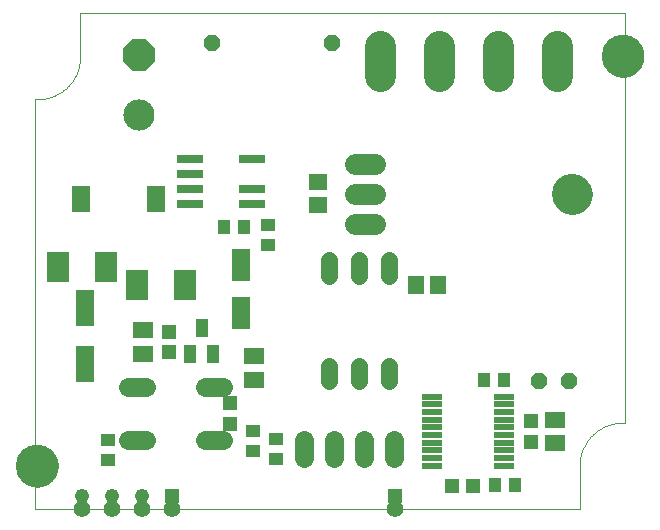
<source format=gts>
G75*
%MOIN*%
%OFA0B0*%
%FSLAX25Y25*%
%IPPOS*%
%LPD*%
%AMOC8*
5,1,8,0,0,1.08239X$1,22.5*
%
%ADD10C,0.00394*%
%ADD11C,0.00000*%
%ADD12C,0.14180*%
%ADD13R,0.06896X0.01975*%
%ADD14R,0.04731X0.04337*%
%ADD15R,0.04534X0.04652*%
%ADD16R,0.04652X0.04534*%
%ADD17R,0.04337X0.04731*%
%ADD18C,0.06337*%
%ADD19C,0.10400*%
%ADD20OC8,0.10400*%
%ADD21R,0.05912X0.12211*%
%ADD22C,0.10400*%
%ADD23OC8,0.05600*%
%ADD24R,0.06699X0.05518*%
%ADD25R,0.09061X0.02762*%
%ADD26R,0.07487X0.09849*%
%ADD27R,0.06306X0.09061*%
%ADD28R,0.05912X0.10636*%
%ADD29C,0.07000*%
%ADD30C,0.13400*%
%ADD31C,0.05600*%
%ADD32R,0.05518X0.06306*%
%ADD33R,0.06306X0.05518*%
%ADD34R,0.04337X0.05912*%
%ADD35R,0.04762X0.04762*%
%ADD36C,0.04762*%
%ADD37C,0.05550*%
%ADD38C,0.06400*%
D10*
X0014189Y0005042D02*
X0195882Y0005042D01*
X0195882Y0019609D02*
X0195886Y0019951D01*
X0195899Y0020294D01*
X0195919Y0020636D01*
X0195948Y0020977D01*
X0195985Y0021317D01*
X0196031Y0021657D01*
X0196084Y0021995D01*
X0196146Y0022332D01*
X0196216Y0022667D01*
X0196294Y0023001D01*
X0196380Y0023332D01*
X0196474Y0023662D01*
X0196576Y0023989D01*
X0196685Y0024313D01*
X0196803Y0024635D01*
X0196928Y0024954D01*
X0197061Y0025269D01*
X0197202Y0025582D01*
X0197350Y0025890D01*
X0197505Y0026196D01*
X0197668Y0026497D01*
X0197838Y0026794D01*
X0198015Y0027087D01*
X0198200Y0027376D01*
X0198391Y0027660D01*
X0198589Y0027940D01*
X0198793Y0028214D01*
X0199005Y0028484D01*
X0199222Y0028748D01*
X0199446Y0029007D01*
X0199677Y0029261D01*
X0199913Y0029509D01*
X0200155Y0029751D01*
X0200403Y0029987D01*
X0200657Y0030218D01*
X0200916Y0030442D01*
X0201180Y0030659D01*
X0201450Y0030871D01*
X0201724Y0031075D01*
X0202004Y0031273D01*
X0202288Y0031464D01*
X0202577Y0031649D01*
X0202870Y0031826D01*
X0203167Y0031996D01*
X0203468Y0032159D01*
X0203774Y0032314D01*
X0204082Y0032462D01*
X0204395Y0032603D01*
X0204710Y0032736D01*
X0205029Y0032861D01*
X0205351Y0032979D01*
X0205675Y0033088D01*
X0206002Y0033190D01*
X0206332Y0033284D01*
X0206663Y0033370D01*
X0206997Y0033448D01*
X0207332Y0033518D01*
X0207669Y0033580D01*
X0208007Y0033633D01*
X0208347Y0033679D01*
X0208687Y0033716D01*
X0209028Y0033745D01*
X0209370Y0033765D01*
X0209713Y0033778D01*
X0210055Y0033782D01*
X0211039Y0033782D02*
X0211039Y0170396D01*
X0029346Y0170396D01*
X0029346Y0155830D01*
X0029342Y0155488D01*
X0029329Y0155145D01*
X0029309Y0154803D01*
X0029280Y0154462D01*
X0029243Y0154122D01*
X0029197Y0153782D01*
X0029144Y0153444D01*
X0029082Y0153107D01*
X0029012Y0152772D01*
X0028934Y0152438D01*
X0028848Y0152107D01*
X0028754Y0151777D01*
X0028652Y0151450D01*
X0028543Y0151126D01*
X0028425Y0150804D01*
X0028300Y0150485D01*
X0028167Y0150170D01*
X0028026Y0149857D01*
X0027878Y0149549D01*
X0027723Y0149243D01*
X0027560Y0148942D01*
X0027390Y0148645D01*
X0027213Y0148352D01*
X0027028Y0148063D01*
X0026837Y0147779D01*
X0026639Y0147499D01*
X0026435Y0147225D01*
X0026223Y0146955D01*
X0026006Y0146691D01*
X0025782Y0146432D01*
X0025551Y0146178D01*
X0025315Y0145930D01*
X0025073Y0145688D01*
X0024825Y0145452D01*
X0024571Y0145221D01*
X0024312Y0144997D01*
X0024048Y0144780D01*
X0023778Y0144568D01*
X0023504Y0144364D01*
X0023224Y0144166D01*
X0022940Y0143975D01*
X0022651Y0143790D01*
X0022358Y0143613D01*
X0022061Y0143443D01*
X0021760Y0143280D01*
X0021454Y0143125D01*
X0021146Y0142977D01*
X0020833Y0142836D01*
X0020518Y0142703D01*
X0020199Y0142578D01*
X0019877Y0142460D01*
X0019553Y0142351D01*
X0019226Y0142249D01*
X0018896Y0142155D01*
X0018565Y0142069D01*
X0018231Y0141991D01*
X0017896Y0141921D01*
X0017559Y0141859D01*
X0017221Y0141806D01*
X0016881Y0141760D01*
X0016541Y0141723D01*
X0016200Y0141694D01*
X0015858Y0141674D01*
X0015515Y0141661D01*
X0015173Y0141657D01*
X0014189Y0141656D02*
X0014189Y0005042D01*
D11*
X0008086Y0019412D02*
X0008088Y0019581D01*
X0008094Y0019750D01*
X0008105Y0019919D01*
X0008119Y0020087D01*
X0008138Y0020255D01*
X0008161Y0020423D01*
X0008187Y0020590D01*
X0008218Y0020756D01*
X0008253Y0020922D01*
X0008292Y0021086D01*
X0008336Y0021250D01*
X0008383Y0021412D01*
X0008434Y0021573D01*
X0008489Y0021733D01*
X0008548Y0021892D01*
X0008610Y0022049D01*
X0008677Y0022204D01*
X0008748Y0022358D01*
X0008822Y0022510D01*
X0008900Y0022660D01*
X0008981Y0022808D01*
X0009066Y0022954D01*
X0009155Y0023098D01*
X0009247Y0023240D01*
X0009343Y0023379D01*
X0009442Y0023516D01*
X0009544Y0023651D01*
X0009650Y0023783D01*
X0009759Y0023912D01*
X0009871Y0024039D01*
X0009986Y0024163D01*
X0010104Y0024284D01*
X0010225Y0024402D01*
X0010349Y0024517D01*
X0010476Y0024629D01*
X0010605Y0024738D01*
X0010737Y0024844D01*
X0010872Y0024946D01*
X0011009Y0025045D01*
X0011148Y0025141D01*
X0011290Y0025233D01*
X0011434Y0025322D01*
X0011580Y0025407D01*
X0011728Y0025488D01*
X0011878Y0025566D01*
X0012030Y0025640D01*
X0012184Y0025711D01*
X0012339Y0025778D01*
X0012496Y0025840D01*
X0012655Y0025899D01*
X0012815Y0025954D01*
X0012976Y0026005D01*
X0013138Y0026052D01*
X0013302Y0026096D01*
X0013466Y0026135D01*
X0013632Y0026170D01*
X0013798Y0026201D01*
X0013965Y0026227D01*
X0014133Y0026250D01*
X0014301Y0026269D01*
X0014469Y0026283D01*
X0014638Y0026294D01*
X0014807Y0026300D01*
X0014976Y0026302D01*
X0015145Y0026300D01*
X0015314Y0026294D01*
X0015483Y0026283D01*
X0015651Y0026269D01*
X0015819Y0026250D01*
X0015987Y0026227D01*
X0016154Y0026201D01*
X0016320Y0026170D01*
X0016486Y0026135D01*
X0016650Y0026096D01*
X0016814Y0026052D01*
X0016976Y0026005D01*
X0017137Y0025954D01*
X0017297Y0025899D01*
X0017456Y0025840D01*
X0017613Y0025778D01*
X0017768Y0025711D01*
X0017922Y0025640D01*
X0018074Y0025566D01*
X0018224Y0025488D01*
X0018372Y0025407D01*
X0018518Y0025322D01*
X0018662Y0025233D01*
X0018804Y0025141D01*
X0018943Y0025045D01*
X0019080Y0024946D01*
X0019215Y0024844D01*
X0019347Y0024738D01*
X0019476Y0024629D01*
X0019603Y0024517D01*
X0019727Y0024402D01*
X0019848Y0024284D01*
X0019966Y0024163D01*
X0020081Y0024039D01*
X0020193Y0023912D01*
X0020302Y0023783D01*
X0020408Y0023651D01*
X0020510Y0023516D01*
X0020609Y0023379D01*
X0020705Y0023240D01*
X0020797Y0023098D01*
X0020886Y0022954D01*
X0020971Y0022808D01*
X0021052Y0022660D01*
X0021130Y0022510D01*
X0021204Y0022358D01*
X0021275Y0022204D01*
X0021342Y0022049D01*
X0021404Y0021892D01*
X0021463Y0021733D01*
X0021518Y0021573D01*
X0021569Y0021412D01*
X0021616Y0021250D01*
X0021660Y0021086D01*
X0021699Y0020922D01*
X0021734Y0020756D01*
X0021765Y0020590D01*
X0021791Y0020423D01*
X0021814Y0020255D01*
X0021833Y0020087D01*
X0021847Y0019919D01*
X0021858Y0019750D01*
X0021864Y0019581D01*
X0021866Y0019412D01*
X0021864Y0019243D01*
X0021858Y0019074D01*
X0021847Y0018905D01*
X0021833Y0018737D01*
X0021814Y0018569D01*
X0021791Y0018401D01*
X0021765Y0018234D01*
X0021734Y0018068D01*
X0021699Y0017902D01*
X0021660Y0017738D01*
X0021616Y0017574D01*
X0021569Y0017412D01*
X0021518Y0017251D01*
X0021463Y0017091D01*
X0021404Y0016932D01*
X0021342Y0016775D01*
X0021275Y0016620D01*
X0021204Y0016466D01*
X0021130Y0016314D01*
X0021052Y0016164D01*
X0020971Y0016016D01*
X0020886Y0015870D01*
X0020797Y0015726D01*
X0020705Y0015584D01*
X0020609Y0015445D01*
X0020510Y0015308D01*
X0020408Y0015173D01*
X0020302Y0015041D01*
X0020193Y0014912D01*
X0020081Y0014785D01*
X0019966Y0014661D01*
X0019848Y0014540D01*
X0019727Y0014422D01*
X0019603Y0014307D01*
X0019476Y0014195D01*
X0019347Y0014086D01*
X0019215Y0013980D01*
X0019080Y0013878D01*
X0018943Y0013779D01*
X0018804Y0013683D01*
X0018662Y0013591D01*
X0018518Y0013502D01*
X0018372Y0013417D01*
X0018224Y0013336D01*
X0018074Y0013258D01*
X0017922Y0013184D01*
X0017768Y0013113D01*
X0017613Y0013046D01*
X0017456Y0012984D01*
X0017297Y0012925D01*
X0017137Y0012870D01*
X0016976Y0012819D01*
X0016814Y0012772D01*
X0016650Y0012728D01*
X0016486Y0012689D01*
X0016320Y0012654D01*
X0016154Y0012623D01*
X0015987Y0012597D01*
X0015819Y0012574D01*
X0015651Y0012555D01*
X0015483Y0012541D01*
X0015314Y0012530D01*
X0015145Y0012524D01*
X0014976Y0012522D01*
X0014807Y0012524D01*
X0014638Y0012530D01*
X0014469Y0012541D01*
X0014301Y0012555D01*
X0014133Y0012574D01*
X0013965Y0012597D01*
X0013798Y0012623D01*
X0013632Y0012654D01*
X0013466Y0012689D01*
X0013302Y0012728D01*
X0013138Y0012772D01*
X0012976Y0012819D01*
X0012815Y0012870D01*
X0012655Y0012925D01*
X0012496Y0012984D01*
X0012339Y0013046D01*
X0012184Y0013113D01*
X0012030Y0013184D01*
X0011878Y0013258D01*
X0011728Y0013336D01*
X0011580Y0013417D01*
X0011434Y0013502D01*
X0011290Y0013591D01*
X0011148Y0013683D01*
X0011009Y0013779D01*
X0010872Y0013878D01*
X0010737Y0013980D01*
X0010605Y0014086D01*
X0010476Y0014195D01*
X0010349Y0014307D01*
X0010225Y0014422D01*
X0010104Y0014540D01*
X0009986Y0014661D01*
X0009871Y0014785D01*
X0009759Y0014912D01*
X0009650Y0015041D01*
X0009544Y0015173D01*
X0009442Y0015308D01*
X0009343Y0015445D01*
X0009247Y0015584D01*
X0009155Y0015726D01*
X0009066Y0015870D01*
X0008981Y0016016D01*
X0008900Y0016164D01*
X0008822Y0016314D01*
X0008748Y0016466D01*
X0008677Y0016620D01*
X0008610Y0016775D01*
X0008548Y0016932D01*
X0008489Y0017091D01*
X0008434Y0017251D01*
X0008383Y0017412D01*
X0008336Y0017574D01*
X0008292Y0017738D01*
X0008253Y0017902D01*
X0008218Y0018068D01*
X0008187Y0018234D01*
X0008161Y0018401D01*
X0008138Y0018569D01*
X0008119Y0018737D01*
X0008105Y0018905D01*
X0008094Y0019074D01*
X0008088Y0019243D01*
X0008086Y0019412D01*
X0014189Y0141656D02*
X0015173Y0141656D01*
X0186854Y0109971D02*
X0186856Y0110132D01*
X0186862Y0110292D01*
X0186872Y0110453D01*
X0186886Y0110613D01*
X0186904Y0110773D01*
X0186925Y0110932D01*
X0186951Y0111091D01*
X0186981Y0111249D01*
X0187014Y0111406D01*
X0187052Y0111563D01*
X0187093Y0111718D01*
X0187138Y0111872D01*
X0187187Y0112025D01*
X0187240Y0112177D01*
X0187296Y0112328D01*
X0187357Y0112477D01*
X0187420Y0112625D01*
X0187488Y0112771D01*
X0187559Y0112915D01*
X0187633Y0113057D01*
X0187711Y0113198D01*
X0187793Y0113336D01*
X0187878Y0113473D01*
X0187966Y0113607D01*
X0188058Y0113739D01*
X0188153Y0113869D01*
X0188251Y0113997D01*
X0188352Y0114122D01*
X0188456Y0114244D01*
X0188563Y0114364D01*
X0188673Y0114481D01*
X0188786Y0114596D01*
X0188902Y0114707D01*
X0189021Y0114816D01*
X0189142Y0114921D01*
X0189266Y0115024D01*
X0189392Y0115124D01*
X0189520Y0115220D01*
X0189651Y0115313D01*
X0189785Y0115403D01*
X0189920Y0115490D01*
X0190058Y0115573D01*
X0190197Y0115653D01*
X0190339Y0115729D01*
X0190482Y0115802D01*
X0190627Y0115871D01*
X0190774Y0115937D01*
X0190922Y0115999D01*
X0191072Y0116057D01*
X0191223Y0116112D01*
X0191376Y0116163D01*
X0191530Y0116210D01*
X0191685Y0116253D01*
X0191841Y0116292D01*
X0191997Y0116328D01*
X0192155Y0116359D01*
X0192313Y0116387D01*
X0192472Y0116411D01*
X0192632Y0116431D01*
X0192792Y0116447D01*
X0192952Y0116459D01*
X0193113Y0116467D01*
X0193274Y0116471D01*
X0193434Y0116471D01*
X0193595Y0116467D01*
X0193756Y0116459D01*
X0193916Y0116447D01*
X0194076Y0116431D01*
X0194236Y0116411D01*
X0194395Y0116387D01*
X0194553Y0116359D01*
X0194711Y0116328D01*
X0194867Y0116292D01*
X0195023Y0116253D01*
X0195178Y0116210D01*
X0195332Y0116163D01*
X0195485Y0116112D01*
X0195636Y0116057D01*
X0195786Y0115999D01*
X0195934Y0115937D01*
X0196081Y0115871D01*
X0196226Y0115802D01*
X0196369Y0115729D01*
X0196511Y0115653D01*
X0196650Y0115573D01*
X0196788Y0115490D01*
X0196923Y0115403D01*
X0197057Y0115313D01*
X0197188Y0115220D01*
X0197316Y0115124D01*
X0197442Y0115024D01*
X0197566Y0114921D01*
X0197687Y0114816D01*
X0197806Y0114707D01*
X0197922Y0114596D01*
X0198035Y0114481D01*
X0198145Y0114364D01*
X0198252Y0114244D01*
X0198356Y0114122D01*
X0198457Y0113997D01*
X0198555Y0113869D01*
X0198650Y0113739D01*
X0198742Y0113607D01*
X0198830Y0113473D01*
X0198915Y0113336D01*
X0198997Y0113198D01*
X0199075Y0113057D01*
X0199149Y0112915D01*
X0199220Y0112771D01*
X0199288Y0112625D01*
X0199351Y0112477D01*
X0199412Y0112328D01*
X0199468Y0112177D01*
X0199521Y0112025D01*
X0199570Y0111872D01*
X0199615Y0111718D01*
X0199656Y0111563D01*
X0199694Y0111406D01*
X0199727Y0111249D01*
X0199757Y0111091D01*
X0199783Y0110932D01*
X0199804Y0110773D01*
X0199822Y0110613D01*
X0199836Y0110453D01*
X0199846Y0110292D01*
X0199852Y0110132D01*
X0199854Y0109971D01*
X0199852Y0109810D01*
X0199846Y0109650D01*
X0199836Y0109489D01*
X0199822Y0109329D01*
X0199804Y0109169D01*
X0199783Y0109010D01*
X0199757Y0108851D01*
X0199727Y0108693D01*
X0199694Y0108536D01*
X0199656Y0108379D01*
X0199615Y0108224D01*
X0199570Y0108070D01*
X0199521Y0107917D01*
X0199468Y0107765D01*
X0199412Y0107614D01*
X0199351Y0107465D01*
X0199288Y0107317D01*
X0199220Y0107171D01*
X0199149Y0107027D01*
X0199075Y0106885D01*
X0198997Y0106744D01*
X0198915Y0106606D01*
X0198830Y0106469D01*
X0198742Y0106335D01*
X0198650Y0106203D01*
X0198555Y0106073D01*
X0198457Y0105945D01*
X0198356Y0105820D01*
X0198252Y0105698D01*
X0198145Y0105578D01*
X0198035Y0105461D01*
X0197922Y0105346D01*
X0197806Y0105235D01*
X0197687Y0105126D01*
X0197566Y0105021D01*
X0197442Y0104918D01*
X0197316Y0104818D01*
X0197188Y0104722D01*
X0197057Y0104629D01*
X0196923Y0104539D01*
X0196788Y0104452D01*
X0196650Y0104369D01*
X0196511Y0104289D01*
X0196369Y0104213D01*
X0196226Y0104140D01*
X0196081Y0104071D01*
X0195934Y0104005D01*
X0195786Y0103943D01*
X0195636Y0103885D01*
X0195485Y0103830D01*
X0195332Y0103779D01*
X0195178Y0103732D01*
X0195023Y0103689D01*
X0194867Y0103650D01*
X0194711Y0103614D01*
X0194553Y0103583D01*
X0194395Y0103555D01*
X0194236Y0103531D01*
X0194076Y0103511D01*
X0193916Y0103495D01*
X0193756Y0103483D01*
X0193595Y0103475D01*
X0193434Y0103471D01*
X0193274Y0103471D01*
X0193113Y0103475D01*
X0192952Y0103483D01*
X0192792Y0103495D01*
X0192632Y0103511D01*
X0192472Y0103531D01*
X0192313Y0103555D01*
X0192155Y0103583D01*
X0191997Y0103614D01*
X0191841Y0103650D01*
X0191685Y0103689D01*
X0191530Y0103732D01*
X0191376Y0103779D01*
X0191223Y0103830D01*
X0191072Y0103885D01*
X0190922Y0103943D01*
X0190774Y0104005D01*
X0190627Y0104071D01*
X0190482Y0104140D01*
X0190339Y0104213D01*
X0190197Y0104289D01*
X0190058Y0104369D01*
X0189920Y0104452D01*
X0189785Y0104539D01*
X0189651Y0104629D01*
X0189520Y0104722D01*
X0189392Y0104818D01*
X0189266Y0104918D01*
X0189142Y0105021D01*
X0189021Y0105126D01*
X0188902Y0105235D01*
X0188786Y0105346D01*
X0188673Y0105461D01*
X0188563Y0105578D01*
X0188456Y0105698D01*
X0188352Y0105820D01*
X0188251Y0105945D01*
X0188153Y0106073D01*
X0188058Y0106203D01*
X0187966Y0106335D01*
X0187878Y0106469D01*
X0187793Y0106606D01*
X0187711Y0106744D01*
X0187633Y0106885D01*
X0187559Y0107027D01*
X0187488Y0107171D01*
X0187420Y0107317D01*
X0187357Y0107465D01*
X0187296Y0107614D01*
X0187240Y0107765D01*
X0187187Y0107917D01*
X0187138Y0108070D01*
X0187093Y0108224D01*
X0187052Y0108379D01*
X0187014Y0108536D01*
X0186981Y0108693D01*
X0186951Y0108851D01*
X0186925Y0109010D01*
X0186904Y0109169D01*
X0186886Y0109329D01*
X0186872Y0109489D01*
X0186862Y0109650D01*
X0186856Y0109810D01*
X0186854Y0109971D01*
X0203362Y0156026D02*
X0203364Y0156195D01*
X0203370Y0156364D01*
X0203381Y0156533D01*
X0203395Y0156701D01*
X0203414Y0156869D01*
X0203437Y0157037D01*
X0203463Y0157204D01*
X0203494Y0157370D01*
X0203529Y0157536D01*
X0203568Y0157700D01*
X0203612Y0157864D01*
X0203659Y0158026D01*
X0203710Y0158187D01*
X0203765Y0158347D01*
X0203824Y0158506D01*
X0203886Y0158663D01*
X0203953Y0158818D01*
X0204024Y0158972D01*
X0204098Y0159124D01*
X0204176Y0159274D01*
X0204257Y0159422D01*
X0204342Y0159568D01*
X0204431Y0159712D01*
X0204523Y0159854D01*
X0204619Y0159993D01*
X0204718Y0160130D01*
X0204820Y0160265D01*
X0204926Y0160397D01*
X0205035Y0160526D01*
X0205147Y0160653D01*
X0205262Y0160777D01*
X0205380Y0160898D01*
X0205501Y0161016D01*
X0205625Y0161131D01*
X0205752Y0161243D01*
X0205881Y0161352D01*
X0206013Y0161458D01*
X0206148Y0161560D01*
X0206285Y0161659D01*
X0206424Y0161755D01*
X0206566Y0161847D01*
X0206710Y0161936D01*
X0206856Y0162021D01*
X0207004Y0162102D01*
X0207154Y0162180D01*
X0207306Y0162254D01*
X0207460Y0162325D01*
X0207615Y0162392D01*
X0207772Y0162454D01*
X0207931Y0162513D01*
X0208091Y0162568D01*
X0208252Y0162619D01*
X0208414Y0162666D01*
X0208578Y0162710D01*
X0208742Y0162749D01*
X0208908Y0162784D01*
X0209074Y0162815D01*
X0209241Y0162841D01*
X0209409Y0162864D01*
X0209577Y0162883D01*
X0209745Y0162897D01*
X0209914Y0162908D01*
X0210083Y0162914D01*
X0210252Y0162916D01*
X0210421Y0162914D01*
X0210590Y0162908D01*
X0210759Y0162897D01*
X0210927Y0162883D01*
X0211095Y0162864D01*
X0211263Y0162841D01*
X0211430Y0162815D01*
X0211596Y0162784D01*
X0211762Y0162749D01*
X0211926Y0162710D01*
X0212090Y0162666D01*
X0212252Y0162619D01*
X0212413Y0162568D01*
X0212573Y0162513D01*
X0212732Y0162454D01*
X0212889Y0162392D01*
X0213044Y0162325D01*
X0213198Y0162254D01*
X0213350Y0162180D01*
X0213500Y0162102D01*
X0213648Y0162021D01*
X0213794Y0161936D01*
X0213938Y0161847D01*
X0214080Y0161755D01*
X0214219Y0161659D01*
X0214356Y0161560D01*
X0214491Y0161458D01*
X0214623Y0161352D01*
X0214752Y0161243D01*
X0214879Y0161131D01*
X0215003Y0161016D01*
X0215124Y0160898D01*
X0215242Y0160777D01*
X0215357Y0160653D01*
X0215469Y0160526D01*
X0215578Y0160397D01*
X0215684Y0160265D01*
X0215786Y0160130D01*
X0215885Y0159993D01*
X0215981Y0159854D01*
X0216073Y0159712D01*
X0216162Y0159568D01*
X0216247Y0159422D01*
X0216328Y0159274D01*
X0216406Y0159124D01*
X0216480Y0158972D01*
X0216551Y0158818D01*
X0216618Y0158663D01*
X0216680Y0158506D01*
X0216739Y0158347D01*
X0216794Y0158187D01*
X0216845Y0158026D01*
X0216892Y0157864D01*
X0216936Y0157700D01*
X0216975Y0157536D01*
X0217010Y0157370D01*
X0217041Y0157204D01*
X0217067Y0157037D01*
X0217090Y0156869D01*
X0217109Y0156701D01*
X0217123Y0156533D01*
X0217134Y0156364D01*
X0217140Y0156195D01*
X0217142Y0156026D01*
X0217140Y0155857D01*
X0217134Y0155688D01*
X0217123Y0155519D01*
X0217109Y0155351D01*
X0217090Y0155183D01*
X0217067Y0155015D01*
X0217041Y0154848D01*
X0217010Y0154682D01*
X0216975Y0154516D01*
X0216936Y0154352D01*
X0216892Y0154188D01*
X0216845Y0154026D01*
X0216794Y0153865D01*
X0216739Y0153705D01*
X0216680Y0153546D01*
X0216618Y0153389D01*
X0216551Y0153234D01*
X0216480Y0153080D01*
X0216406Y0152928D01*
X0216328Y0152778D01*
X0216247Y0152630D01*
X0216162Y0152484D01*
X0216073Y0152340D01*
X0215981Y0152198D01*
X0215885Y0152059D01*
X0215786Y0151922D01*
X0215684Y0151787D01*
X0215578Y0151655D01*
X0215469Y0151526D01*
X0215357Y0151399D01*
X0215242Y0151275D01*
X0215124Y0151154D01*
X0215003Y0151036D01*
X0214879Y0150921D01*
X0214752Y0150809D01*
X0214623Y0150700D01*
X0214491Y0150594D01*
X0214356Y0150492D01*
X0214219Y0150393D01*
X0214080Y0150297D01*
X0213938Y0150205D01*
X0213794Y0150116D01*
X0213648Y0150031D01*
X0213500Y0149950D01*
X0213350Y0149872D01*
X0213198Y0149798D01*
X0213044Y0149727D01*
X0212889Y0149660D01*
X0212732Y0149598D01*
X0212573Y0149539D01*
X0212413Y0149484D01*
X0212252Y0149433D01*
X0212090Y0149386D01*
X0211926Y0149342D01*
X0211762Y0149303D01*
X0211596Y0149268D01*
X0211430Y0149237D01*
X0211263Y0149211D01*
X0211095Y0149188D01*
X0210927Y0149169D01*
X0210759Y0149155D01*
X0210590Y0149144D01*
X0210421Y0149138D01*
X0210252Y0149136D01*
X0210083Y0149138D01*
X0209914Y0149144D01*
X0209745Y0149155D01*
X0209577Y0149169D01*
X0209409Y0149188D01*
X0209241Y0149211D01*
X0209074Y0149237D01*
X0208908Y0149268D01*
X0208742Y0149303D01*
X0208578Y0149342D01*
X0208414Y0149386D01*
X0208252Y0149433D01*
X0208091Y0149484D01*
X0207931Y0149539D01*
X0207772Y0149598D01*
X0207615Y0149660D01*
X0207460Y0149727D01*
X0207306Y0149798D01*
X0207154Y0149872D01*
X0207004Y0149950D01*
X0206856Y0150031D01*
X0206710Y0150116D01*
X0206566Y0150205D01*
X0206424Y0150297D01*
X0206285Y0150393D01*
X0206148Y0150492D01*
X0206013Y0150594D01*
X0205881Y0150700D01*
X0205752Y0150809D01*
X0205625Y0150921D01*
X0205501Y0151036D01*
X0205380Y0151154D01*
X0205262Y0151275D01*
X0205147Y0151399D01*
X0205035Y0151526D01*
X0204926Y0151655D01*
X0204820Y0151787D01*
X0204718Y0151922D01*
X0204619Y0152059D01*
X0204523Y0152198D01*
X0204431Y0152340D01*
X0204342Y0152484D01*
X0204257Y0152630D01*
X0204176Y0152778D01*
X0204098Y0152928D01*
X0204024Y0153080D01*
X0203953Y0153234D01*
X0203886Y0153389D01*
X0203824Y0153546D01*
X0203765Y0153705D01*
X0203710Y0153865D01*
X0203659Y0154026D01*
X0203612Y0154188D01*
X0203568Y0154352D01*
X0203529Y0154516D01*
X0203494Y0154682D01*
X0203463Y0154848D01*
X0203437Y0155015D01*
X0203414Y0155183D01*
X0203395Y0155351D01*
X0203381Y0155519D01*
X0203370Y0155688D01*
X0203364Y0155857D01*
X0203362Y0156026D01*
X0210055Y0033782D02*
X0211039Y0033782D01*
X0195882Y0019609D02*
X0195882Y0005042D01*
D12*
X0014976Y0019412D03*
X0210252Y0156026D03*
D13*
X0170508Y0042503D03*
X0170508Y0039944D03*
X0170508Y0037385D03*
X0170508Y0034826D03*
X0170508Y0032267D03*
X0170508Y0029707D03*
X0170508Y0027148D03*
X0170508Y0024589D03*
X0170508Y0022030D03*
X0170508Y0019471D03*
X0146492Y0019471D03*
X0146492Y0022030D03*
X0146492Y0024589D03*
X0146492Y0027148D03*
X0146492Y0029707D03*
X0146492Y0032267D03*
X0146492Y0034826D03*
X0146492Y0037385D03*
X0146492Y0039944D03*
X0146492Y0042503D03*
D14*
X0094500Y0028515D03*
X0086894Y0031227D03*
X0086894Y0024534D03*
X0094500Y0021822D03*
X0038610Y0021357D03*
X0038610Y0028050D03*
X0092012Y0093042D03*
X0092012Y0099735D03*
D15*
X0153323Y0012877D03*
X0160213Y0012877D03*
D16*
X0179543Y0027495D03*
X0179543Y0034385D03*
X0079441Y0033495D03*
X0079441Y0040385D03*
X0058909Y0057298D03*
X0058909Y0064188D03*
D17*
X0077335Y0099078D03*
X0084028Y0099078D03*
X0163815Y0047936D03*
X0170508Y0047936D03*
X0167555Y0013074D03*
X0174248Y0013074D03*
D18*
X0076878Y0028038D02*
X0070941Y0028038D01*
X0051287Y0028038D02*
X0045350Y0028038D01*
X0045350Y0045755D02*
X0051287Y0045755D01*
X0070941Y0045755D02*
X0076878Y0045755D01*
D19*
X0048862Y0136349D03*
D20*
X0048862Y0156349D03*
D21*
X0031000Y0072215D03*
X0031000Y0053318D03*
D22*
X0129201Y0149452D02*
X0129201Y0159452D01*
X0148886Y0159452D02*
X0148886Y0149452D01*
X0168571Y0149452D02*
X0168571Y0159452D01*
X0188256Y0159452D02*
X0188256Y0149452D01*
D23*
X0113323Y0160341D03*
X0073323Y0160341D03*
X0182150Y0047857D03*
X0192150Y0047857D03*
D24*
X0187535Y0034810D03*
X0187535Y0026936D03*
X0087236Y0048058D03*
X0087236Y0055932D03*
X0050150Y0056806D03*
X0050150Y0064680D03*
D25*
X0066118Y0106857D03*
X0066118Y0111857D03*
X0066118Y0116857D03*
X0066118Y0121857D03*
X0086591Y0121857D03*
X0086591Y0111857D03*
X0086591Y0106857D03*
D26*
X0064224Y0079570D03*
X0048280Y0079570D03*
X0037949Y0085896D03*
X0022004Y0085896D03*
D27*
X0029768Y0108353D03*
X0054571Y0108353D03*
D28*
X0083083Y0086432D03*
X0083083Y0070290D03*
D29*
X0121054Y0099971D02*
X0127654Y0099971D01*
X0127654Y0109971D02*
X0121054Y0109971D01*
X0121054Y0119971D02*
X0127654Y0119971D01*
D30*
X0193354Y0109971D03*
D31*
X0132201Y0087974D02*
X0132201Y0082774D01*
X0122201Y0082774D02*
X0122201Y0087974D01*
X0112201Y0087974D02*
X0112201Y0082774D01*
X0112201Y0052774D02*
X0112201Y0047574D01*
X0122201Y0047574D02*
X0122201Y0052774D01*
X0132201Y0052774D02*
X0132201Y0047574D01*
D32*
X0141252Y0079837D03*
X0148732Y0079837D03*
D33*
X0108736Y0106436D03*
X0108736Y0113916D03*
D34*
X0069874Y0065456D03*
X0066134Y0056794D03*
X0073614Y0056794D03*
D35*
X0060122Y0009381D03*
X0134295Y0009381D03*
D36*
X0050122Y0009381D03*
X0040122Y0009381D03*
X0030122Y0009381D03*
D37*
X0030122Y0005050D03*
X0040122Y0005050D03*
X0050122Y0005050D03*
X0060122Y0005050D03*
X0134295Y0005050D03*
D38*
X0134075Y0022089D02*
X0134075Y0028089D01*
X0124075Y0028089D02*
X0124075Y0022089D01*
X0114075Y0022089D02*
X0114075Y0028089D01*
X0104075Y0028089D02*
X0104075Y0022089D01*
M02*

</source>
